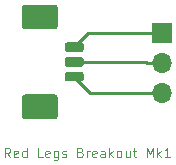
<source format=gbr>
G04 #@! TF.GenerationSoftware,KiCad,Pcbnew,(5.1.5)-3*
G04 #@! TF.CreationDate,2020-02-10T11:28:51-05:00*
G04 #@! TF.ProjectId,3pin-breakout,3370696e-2d62-4726-9561-6b6f75742e6b,rev?*
G04 #@! TF.SameCoordinates,Original*
G04 #@! TF.FileFunction,Copper,L1,Top*
G04 #@! TF.FilePolarity,Positive*
%FSLAX46Y46*%
G04 Gerber Fmt 4.6, Leading zero omitted, Abs format (unit mm)*
G04 Created by KiCad (PCBNEW (5.1.5)-3) date 2020-02-10 11:28:51*
%MOMM*%
%LPD*%
G04 APERTURE LIST*
%ADD10C,0.125000*%
%ADD11C,0.100000*%
%ADD12R,1.700000X1.700000*%
%ADD13O,1.700000X1.700000*%
%ADD14C,0.250000*%
G04 APERTURE END LIST*
D10*
X111595714Y-87991904D02*
X111329047Y-87610952D01*
X111138571Y-87991904D02*
X111138571Y-87191904D01*
X111443333Y-87191904D01*
X111519523Y-87230000D01*
X111557619Y-87268095D01*
X111595714Y-87344285D01*
X111595714Y-87458571D01*
X111557619Y-87534761D01*
X111519523Y-87572857D01*
X111443333Y-87610952D01*
X111138571Y-87610952D01*
X112243333Y-87953809D02*
X112167142Y-87991904D01*
X112014761Y-87991904D01*
X111938571Y-87953809D01*
X111900476Y-87877619D01*
X111900476Y-87572857D01*
X111938571Y-87496666D01*
X112014761Y-87458571D01*
X112167142Y-87458571D01*
X112243333Y-87496666D01*
X112281428Y-87572857D01*
X112281428Y-87649047D01*
X111900476Y-87725238D01*
X112967142Y-87991904D02*
X112967142Y-87191904D01*
X112967142Y-87953809D02*
X112890952Y-87991904D01*
X112738571Y-87991904D01*
X112662380Y-87953809D01*
X112624285Y-87915714D01*
X112586190Y-87839523D01*
X112586190Y-87610952D01*
X112624285Y-87534761D01*
X112662380Y-87496666D01*
X112738571Y-87458571D01*
X112890952Y-87458571D01*
X112967142Y-87496666D01*
X114338571Y-87991904D02*
X113957619Y-87991904D01*
X113957619Y-87191904D01*
X114910000Y-87953809D02*
X114833809Y-87991904D01*
X114681428Y-87991904D01*
X114605238Y-87953809D01*
X114567142Y-87877619D01*
X114567142Y-87572857D01*
X114605238Y-87496666D01*
X114681428Y-87458571D01*
X114833809Y-87458571D01*
X114910000Y-87496666D01*
X114948095Y-87572857D01*
X114948095Y-87649047D01*
X114567142Y-87725238D01*
X115633809Y-87458571D02*
X115633809Y-88106190D01*
X115595714Y-88182380D01*
X115557619Y-88220476D01*
X115481428Y-88258571D01*
X115367142Y-88258571D01*
X115290952Y-88220476D01*
X115633809Y-87953809D02*
X115557619Y-87991904D01*
X115405238Y-87991904D01*
X115329047Y-87953809D01*
X115290952Y-87915714D01*
X115252857Y-87839523D01*
X115252857Y-87610952D01*
X115290952Y-87534761D01*
X115329047Y-87496666D01*
X115405238Y-87458571D01*
X115557619Y-87458571D01*
X115633809Y-87496666D01*
X115976666Y-87953809D02*
X116052857Y-87991904D01*
X116205238Y-87991904D01*
X116281428Y-87953809D01*
X116319523Y-87877619D01*
X116319523Y-87839523D01*
X116281428Y-87763333D01*
X116205238Y-87725238D01*
X116090952Y-87725238D01*
X116014761Y-87687142D01*
X115976666Y-87610952D01*
X115976666Y-87572857D01*
X116014761Y-87496666D01*
X116090952Y-87458571D01*
X116205238Y-87458571D01*
X116281428Y-87496666D01*
X117538571Y-87572857D02*
X117652857Y-87610952D01*
X117690952Y-87649047D01*
X117729047Y-87725238D01*
X117729047Y-87839523D01*
X117690952Y-87915714D01*
X117652857Y-87953809D01*
X117576666Y-87991904D01*
X117271904Y-87991904D01*
X117271904Y-87191904D01*
X117538571Y-87191904D01*
X117614761Y-87230000D01*
X117652857Y-87268095D01*
X117690952Y-87344285D01*
X117690952Y-87420476D01*
X117652857Y-87496666D01*
X117614761Y-87534761D01*
X117538571Y-87572857D01*
X117271904Y-87572857D01*
X118071904Y-87991904D02*
X118071904Y-87458571D01*
X118071904Y-87610952D02*
X118110000Y-87534761D01*
X118148095Y-87496666D01*
X118224285Y-87458571D01*
X118300476Y-87458571D01*
X118871904Y-87953809D02*
X118795714Y-87991904D01*
X118643333Y-87991904D01*
X118567142Y-87953809D01*
X118529047Y-87877619D01*
X118529047Y-87572857D01*
X118567142Y-87496666D01*
X118643333Y-87458571D01*
X118795714Y-87458571D01*
X118871904Y-87496666D01*
X118910000Y-87572857D01*
X118910000Y-87649047D01*
X118529047Y-87725238D01*
X119595714Y-87991904D02*
X119595714Y-87572857D01*
X119557619Y-87496666D01*
X119481428Y-87458571D01*
X119329047Y-87458571D01*
X119252857Y-87496666D01*
X119595714Y-87953809D02*
X119519523Y-87991904D01*
X119329047Y-87991904D01*
X119252857Y-87953809D01*
X119214761Y-87877619D01*
X119214761Y-87801428D01*
X119252857Y-87725238D01*
X119329047Y-87687142D01*
X119519523Y-87687142D01*
X119595714Y-87649047D01*
X119976666Y-87991904D02*
X119976666Y-87191904D01*
X120052857Y-87687142D02*
X120281428Y-87991904D01*
X120281428Y-87458571D02*
X119976666Y-87763333D01*
X120738571Y-87991904D02*
X120662380Y-87953809D01*
X120624285Y-87915714D01*
X120586190Y-87839523D01*
X120586190Y-87610952D01*
X120624285Y-87534761D01*
X120662380Y-87496666D01*
X120738571Y-87458571D01*
X120852857Y-87458571D01*
X120929047Y-87496666D01*
X120967142Y-87534761D01*
X121005238Y-87610952D01*
X121005238Y-87839523D01*
X120967142Y-87915714D01*
X120929047Y-87953809D01*
X120852857Y-87991904D01*
X120738571Y-87991904D01*
X121690952Y-87458571D02*
X121690952Y-87991904D01*
X121348095Y-87458571D02*
X121348095Y-87877619D01*
X121386190Y-87953809D01*
X121462380Y-87991904D01*
X121576666Y-87991904D01*
X121652857Y-87953809D01*
X121690952Y-87915714D01*
X121957619Y-87458571D02*
X122262380Y-87458571D01*
X122071904Y-87191904D02*
X122071904Y-87877619D01*
X122110000Y-87953809D01*
X122186190Y-87991904D01*
X122262380Y-87991904D01*
X123138571Y-87991904D02*
X123138571Y-87191904D01*
X123405238Y-87763333D01*
X123671904Y-87191904D01*
X123671904Y-87991904D01*
X124052857Y-87991904D02*
X124052857Y-87191904D01*
X124129047Y-87687142D02*
X124357619Y-87991904D01*
X124357619Y-87458571D02*
X124052857Y-87763333D01*
X125119523Y-87991904D02*
X124662380Y-87991904D01*
X124890952Y-87991904D02*
X124890952Y-87191904D01*
X124814761Y-87306190D01*
X124738571Y-87382380D01*
X124662380Y-87420476D01*
G04 #@! TA.AperFunction,SMDPad,CuDef*
D11*
G36*
X117614604Y-78275964D02*
G01*
X117634019Y-78278844D01*
X117653058Y-78283613D01*
X117671538Y-78290225D01*
X117689280Y-78298617D01*
X117706115Y-78308707D01*
X117721880Y-78320399D01*
X117736422Y-78333580D01*
X117749603Y-78348122D01*
X117761295Y-78363887D01*
X117771385Y-78380722D01*
X117779777Y-78398464D01*
X117786389Y-78416944D01*
X117791158Y-78435983D01*
X117794038Y-78455398D01*
X117795001Y-78475001D01*
X117795001Y-78875001D01*
X117794038Y-78894604D01*
X117791158Y-78914019D01*
X117786389Y-78933058D01*
X117779777Y-78951538D01*
X117771385Y-78969280D01*
X117761295Y-78986115D01*
X117749603Y-79001880D01*
X117736422Y-79016422D01*
X117721880Y-79029603D01*
X117706115Y-79041295D01*
X117689280Y-79051385D01*
X117671538Y-79059777D01*
X117653058Y-79066389D01*
X117634019Y-79071158D01*
X117614604Y-79074038D01*
X117595001Y-79075001D01*
X116395001Y-79075001D01*
X116375398Y-79074038D01*
X116355983Y-79071158D01*
X116336944Y-79066389D01*
X116318464Y-79059777D01*
X116300722Y-79051385D01*
X116283887Y-79041295D01*
X116268122Y-79029603D01*
X116253580Y-79016422D01*
X116240399Y-79001880D01*
X116228707Y-78986115D01*
X116218617Y-78969280D01*
X116210225Y-78951538D01*
X116203613Y-78933058D01*
X116198844Y-78914019D01*
X116195964Y-78894604D01*
X116195001Y-78875001D01*
X116195001Y-78475001D01*
X116195964Y-78455398D01*
X116198844Y-78435983D01*
X116203613Y-78416944D01*
X116210225Y-78398464D01*
X116218617Y-78380722D01*
X116228707Y-78363887D01*
X116240399Y-78348122D01*
X116253580Y-78333580D01*
X116268122Y-78320399D01*
X116283887Y-78308707D01*
X116300722Y-78298617D01*
X116318464Y-78290225D01*
X116336944Y-78283613D01*
X116355983Y-78278844D01*
X116375398Y-78275964D01*
X116395001Y-78275001D01*
X117595001Y-78275001D01*
X117614604Y-78275964D01*
G37*
G04 #@! TD.AperFunction*
G04 #@! TA.AperFunction,SMDPad,CuDef*
G36*
X117614604Y-79525964D02*
G01*
X117634019Y-79528844D01*
X117653058Y-79533613D01*
X117671538Y-79540225D01*
X117689280Y-79548617D01*
X117706115Y-79558707D01*
X117721880Y-79570399D01*
X117736422Y-79583580D01*
X117749603Y-79598122D01*
X117761295Y-79613887D01*
X117771385Y-79630722D01*
X117779777Y-79648464D01*
X117786389Y-79666944D01*
X117791158Y-79685983D01*
X117794038Y-79705398D01*
X117795001Y-79725001D01*
X117795001Y-80125001D01*
X117794038Y-80144604D01*
X117791158Y-80164019D01*
X117786389Y-80183058D01*
X117779777Y-80201538D01*
X117771385Y-80219280D01*
X117761295Y-80236115D01*
X117749603Y-80251880D01*
X117736422Y-80266422D01*
X117721880Y-80279603D01*
X117706115Y-80291295D01*
X117689280Y-80301385D01*
X117671538Y-80309777D01*
X117653058Y-80316389D01*
X117634019Y-80321158D01*
X117614604Y-80324038D01*
X117595001Y-80325001D01*
X116395001Y-80325001D01*
X116375398Y-80324038D01*
X116355983Y-80321158D01*
X116336944Y-80316389D01*
X116318464Y-80309777D01*
X116300722Y-80301385D01*
X116283887Y-80291295D01*
X116268122Y-80279603D01*
X116253580Y-80266422D01*
X116240399Y-80251880D01*
X116228707Y-80236115D01*
X116218617Y-80219280D01*
X116210225Y-80201538D01*
X116203613Y-80183058D01*
X116198844Y-80164019D01*
X116195964Y-80144604D01*
X116195001Y-80125001D01*
X116195001Y-79725001D01*
X116195964Y-79705398D01*
X116198844Y-79685983D01*
X116203613Y-79666944D01*
X116210225Y-79648464D01*
X116218617Y-79630722D01*
X116228707Y-79613887D01*
X116240399Y-79598122D01*
X116253580Y-79583580D01*
X116268122Y-79570399D01*
X116283887Y-79558707D01*
X116300722Y-79548617D01*
X116318464Y-79540225D01*
X116336944Y-79533613D01*
X116355983Y-79528844D01*
X116375398Y-79525964D01*
X116395001Y-79525001D01*
X117595001Y-79525001D01*
X117614604Y-79525964D01*
G37*
G04 #@! TD.AperFunction*
G04 #@! TA.AperFunction,SMDPad,CuDef*
G36*
X117614604Y-80775964D02*
G01*
X117634019Y-80778844D01*
X117653058Y-80783613D01*
X117671538Y-80790225D01*
X117689280Y-80798617D01*
X117706115Y-80808707D01*
X117721880Y-80820399D01*
X117736422Y-80833580D01*
X117749603Y-80848122D01*
X117761295Y-80863887D01*
X117771385Y-80880722D01*
X117779777Y-80898464D01*
X117786389Y-80916944D01*
X117791158Y-80935983D01*
X117794038Y-80955398D01*
X117795001Y-80975001D01*
X117795001Y-81375001D01*
X117794038Y-81394604D01*
X117791158Y-81414019D01*
X117786389Y-81433058D01*
X117779777Y-81451538D01*
X117771385Y-81469280D01*
X117761295Y-81486115D01*
X117749603Y-81501880D01*
X117736422Y-81516422D01*
X117721880Y-81529603D01*
X117706115Y-81541295D01*
X117689280Y-81551385D01*
X117671538Y-81559777D01*
X117653058Y-81566389D01*
X117634019Y-81571158D01*
X117614604Y-81574038D01*
X117595001Y-81575001D01*
X116395001Y-81575001D01*
X116375398Y-81574038D01*
X116355983Y-81571158D01*
X116336944Y-81566389D01*
X116318464Y-81559777D01*
X116300722Y-81551385D01*
X116283887Y-81541295D01*
X116268122Y-81529603D01*
X116253580Y-81516422D01*
X116240399Y-81501880D01*
X116228707Y-81486115D01*
X116218617Y-81469280D01*
X116210225Y-81451538D01*
X116203613Y-81433058D01*
X116198844Y-81414019D01*
X116195964Y-81394604D01*
X116195001Y-81375001D01*
X116195001Y-80975001D01*
X116195964Y-80955398D01*
X116198844Y-80935983D01*
X116203613Y-80916944D01*
X116210225Y-80898464D01*
X116218617Y-80880722D01*
X116228707Y-80863887D01*
X116240399Y-80848122D01*
X116253580Y-80833580D01*
X116268122Y-80820399D01*
X116283887Y-80808707D01*
X116300722Y-80798617D01*
X116318464Y-80790225D01*
X116336944Y-80783613D01*
X116355983Y-80778844D01*
X116375398Y-80775964D01*
X116395001Y-80775001D01*
X117595001Y-80775001D01*
X117614604Y-80775964D01*
G37*
G04 #@! TD.AperFunction*
G04 #@! TA.AperFunction,SMDPad,CuDef*
G36*
X115369505Y-75076205D02*
G01*
X115393774Y-75079805D01*
X115417572Y-75085766D01*
X115440672Y-75094031D01*
X115462850Y-75104521D01*
X115483894Y-75117134D01*
X115503599Y-75131748D01*
X115521778Y-75148224D01*
X115538254Y-75166403D01*
X115552868Y-75186108D01*
X115565481Y-75207152D01*
X115575971Y-75229330D01*
X115584236Y-75252430D01*
X115590197Y-75276228D01*
X115593797Y-75300497D01*
X115595001Y-75325001D01*
X115595001Y-76925001D01*
X115593797Y-76949505D01*
X115590197Y-76973774D01*
X115584236Y-76997572D01*
X115575971Y-77020672D01*
X115565481Y-77042850D01*
X115552868Y-77063894D01*
X115538254Y-77083599D01*
X115521778Y-77101778D01*
X115503599Y-77118254D01*
X115483894Y-77132868D01*
X115462850Y-77145481D01*
X115440672Y-77155971D01*
X115417572Y-77164236D01*
X115393774Y-77170197D01*
X115369505Y-77173797D01*
X115345001Y-77175001D01*
X112845001Y-77175001D01*
X112820497Y-77173797D01*
X112796228Y-77170197D01*
X112772430Y-77164236D01*
X112749330Y-77155971D01*
X112727152Y-77145481D01*
X112706108Y-77132868D01*
X112686403Y-77118254D01*
X112668224Y-77101778D01*
X112651748Y-77083599D01*
X112637134Y-77063894D01*
X112624521Y-77042850D01*
X112614031Y-77020672D01*
X112605766Y-76997572D01*
X112599805Y-76973774D01*
X112596205Y-76949505D01*
X112595001Y-76925001D01*
X112595001Y-75325001D01*
X112596205Y-75300497D01*
X112599805Y-75276228D01*
X112605766Y-75252430D01*
X112614031Y-75229330D01*
X112624521Y-75207152D01*
X112637134Y-75186108D01*
X112651748Y-75166403D01*
X112668224Y-75148224D01*
X112686403Y-75131748D01*
X112706108Y-75117134D01*
X112727152Y-75104521D01*
X112749330Y-75094031D01*
X112772430Y-75085766D01*
X112796228Y-75079805D01*
X112820497Y-75076205D01*
X112845001Y-75075001D01*
X115345001Y-75075001D01*
X115369505Y-75076205D01*
G37*
G04 #@! TD.AperFunction*
G04 #@! TA.AperFunction,SMDPad,CuDef*
G36*
X115369505Y-82676205D02*
G01*
X115393774Y-82679805D01*
X115417572Y-82685766D01*
X115440672Y-82694031D01*
X115462850Y-82704521D01*
X115483894Y-82717134D01*
X115503599Y-82731748D01*
X115521778Y-82748224D01*
X115538254Y-82766403D01*
X115552868Y-82786108D01*
X115565481Y-82807152D01*
X115575971Y-82829330D01*
X115584236Y-82852430D01*
X115590197Y-82876228D01*
X115593797Y-82900497D01*
X115595001Y-82925001D01*
X115595001Y-84525001D01*
X115593797Y-84549505D01*
X115590197Y-84573774D01*
X115584236Y-84597572D01*
X115575971Y-84620672D01*
X115565481Y-84642850D01*
X115552868Y-84663894D01*
X115538254Y-84683599D01*
X115521778Y-84701778D01*
X115503599Y-84718254D01*
X115483894Y-84732868D01*
X115462850Y-84745481D01*
X115440672Y-84755971D01*
X115417572Y-84764236D01*
X115393774Y-84770197D01*
X115369505Y-84773797D01*
X115345001Y-84775001D01*
X112845001Y-84775001D01*
X112820497Y-84773797D01*
X112796228Y-84770197D01*
X112772430Y-84764236D01*
X112749330Y-84755971D01*
X112727152Y-84745481D01*
X112706108Y-84732868D01*
X112686403Y-84718254D01*
X112668224Y-84701778D01*
X112651748Y-84683599D01*
X112637134Y-84663894D01*
X112624521Y-84642850D01*
X112614031Y-84620672D01*
X112605766Y-84597572D01*
X112599805Y-84573774D01*
X112596205Y-84549505D01*
X112595001Y-84525001D01*
X112595001Y-82925001D01*
X112596205Y-82900497D01*
X112599805Y-82876228D01*
X112605766Y-82852430D01*
X112614031Y-82829330D01*
X112624521Y-82807152D01*
X112637134Y-82786108D01*
X112651748Y-82766403D01*
X112668224Y-82748224D01*
X112686403Y-82731748D01*
X112706108Y-82717134D01*
X112727152Y-82704521D01*
X112749330Y-82694031D01*
X112772430Y-82685766D01*
X112796228Y-82679805D01*
X112820497Y-82676205D01*
X112845001Y-82675001D01*
X115345001Y-82675001D01*
X115369505Y-82676205D01*
G37*
G04 #@! TD.AperFunction*
D12*
X124460000Y-77470000D03*
D13*
X124460000Y-80010000D03*
X124460000Y-82550000D03*
D14*
X116995001Y-78675001D02*
X118200002Y-77470000D01*
X118200002Y-77470000D02*
X123190000Y-77470000D01*
X123190000Y-77470000D02*
X124460000Y-77470000D01*
X116995001Y-79925001D02*
X123105001Y-79925001D01*
X123190000Y-80010000D02*
X124460000Y-80010000D01*
X123105001Y-79925001D02*
X123190000Y-80010000D01*
X118370000Y-82550000D02*
X123190000Y-82550000D01*
X116995001Y-81175001D02*
X118370000Y-82550000D01*
X123190000Y-82550000D02*
X124460000Y-82550000D01*
M02*

</source>
